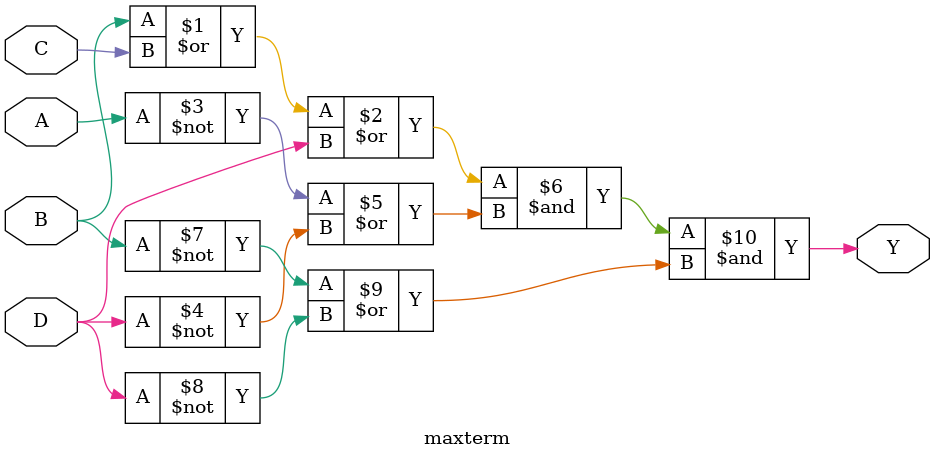
<source format=v>
module maxterm (
    input A, B, C, D,
    output Y
);

assign Y = (B | C | D) & (~A | ~D) & (~B | ~D);// Enter your equation here

endmodule

</source>
